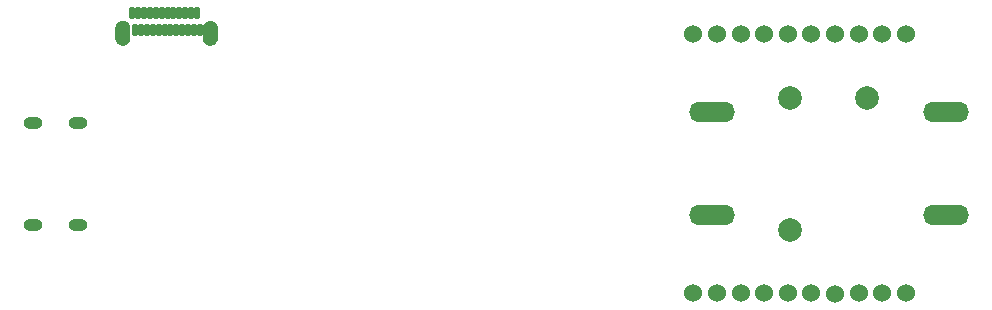
<source format=gbr>
%TF.GenerationSoftware,KiCad,Pcbnew,7.0.8*%
%TF.CreationDate,2024-02-15T14:48:36-07:00*%
%TF.ProjectId,GR-LRR-ESTOP-PCB,47522d4c-5252-42d4-9553-544f502d5043,rev?*%
%TF.SameCoordinates,Original*%
%TF.FileFunction,Soldermask,Bot*%
%TF.FilePolarity,Negative*%
%FSLAX46Y46*%
G04 Gerber Fmt 4.6, Leading zero omitted, Abs format (unit mm)*
G04 Created by KiCad (PCBNEW 7.0.8) date 2024-02-15 14:48:36*
%MOMM*%
%LPD*%
G01*
G04 APERTURE LIST*
G04 Aperture macros list*
%AMRoundRect*
0 Rectangle with rounded corners*
0 $1 Rounding radius*
0 $2 $3 $4 $5 $6 $7 $8 $9 X,Y pos of 4 corners*
0 Add a 4 corners polygon primitive as box body*
4,1,4,$2,$3,$4,$5,$6,$7,$8,$9,$2,$3,0*
0 Add four circle primitives for the rounded corners*
1,1,$1+$1,$2,$3*
1,1,$1+$1,$4,$5*
1,1,$1+$1,$6,$7*
1,1,$1+$1,$8,$9*
0 Add four rect primitives between the rounded corners*
20,1,$1+$1,$2,$3,$4,$5,0*
20,1,$1+$1,$4,$5,$6,$7,0*
20,1,$1+$1,$6,$7,$8,$9,0*
20,1,$1+$1,$8,$9,$2,$3,0*%
G04 Aperture macros list end*
%ADD10C,0.010000*%
%ADD11RoundRect,0.102000X-0.150000X-0.400000X0.150000X-0.400000X0.150000X0.400000X-0.150000X0.400000X0*%
%ADD12O,1.600000X1.000000*%
%ADD13O,3.900000X1.700000*%
%ADD14C,2.000000*%
%ADD15C,1.524000*%
G04 APERTURE END LIST*
%TO.C,J2*%
D10*
X60542200Y-57170300D02*
X60574200Y-57172300D01*
X60605200Y-57176300D01*
X60636200Y-57182300D01*
X60666200Y-57189300D01*
X60696200Y-57198300D01*
X60726200Y-57209300D01*
X60755200Y-57221300D01*
X60783200Y-57234300D01*
X60811200Y-57249300D01*
X60838200Y-57266300D01*
X60864200Y-57284300D01*
X60889200Y-57303300D01*
X60912200Y-57323300D01*
X60935200Y-57345300D01*
X60957200Y-57368300D01*
X60977200Y-57391300D01*
X60996200Y-57416300D01*
X61014200Y-57442300D01*
X61031200Y-57469300D01*
X61046200Y-57497300D01*
X61059200Y-57525300D01*
X61071200Y-57554300D01*
X61082200Y-57584300D01*
X61091200Y-57614300D01*
X61098200Y-57644300D01*
X61104200Y-57675300D01*
X61108200Y-57706300D01*
X61110200Y-57738300D01*
X61111200Y-57769300D01*
X61111200Y-58569300D01*
X61110200Y-58600300D01*
X61108200Y-58632300D01*
X61104200Y-58663300D01*
X61098200Y-58694300D01*
X61091200Y-58724300D01*
X61082200Y-58754300D01*
X61071200Y-58784300D01*
X61059200Y-58813300D01*
X61046200Y-58841300D01*
X61031200Y-58869300D01*
X61014200Y-58896300D01*
X60996200Y-58922300D01*
X60977200Y-58947300D01*
X60957200Y-58970300D01*
X60935200Y-58993300D01*
X60912200Y-59015300D01*
X60889200Y-59035300D01*
X60864200Y-59054300D01*
X60838200Y-59072300D01*
X60811200Y-59089300D01*
X60783200Y-59104300D01*
X60755200Y-59117300D01*
X60726200Y-59129300D01*
X60696200Y-59140300D01*
X60666200Y-59149300D01*
X60636200Y-59156300D01*
X60605200Y-59162300D01*
X60574200Y-59166300D01*
X60542200Y-59168300D01*
X60511200Y-59169300D01*
X60480200Y-59168300D01*
X60448200Y-59166300D01*
X60417200Y-59162300D01*
X60386200Y-59156300D01*
X60356200Y-59149300D01*
X60326200Y-59140300D01*
X60296200Y-59129300D01*
X60267200Y-59117300D01*
X60239200Y-59104300D01*
X60211200Y-59089300D01*
X60184200Y-59072300D01*
X60158200Y-59054300D01*
X60133200Y-59035300D01*
X60110200Y-59015300D01*
X60087200Y-58993300D01*
X60065200Y-58970300D01*
X60045200Y-58947300D01*
X60026200Y-58922300D01*
X60008200Y-58896300D01*
X59991200Y-58869300D01*
X59976200Y-58841300D01*
X59963200Y-58813300D01*
X59951200Y-58784300D01*
X59940200Y-58754300D01*
X59931200Y-58724300D01*
X59924200Y-58694300D01*
X59918200Y-58663300D01*
X59914200Y-58632300D01*
X59912200Y-58600300D01*
X59911200Y-58569300D01*
X59911200Y-57769300D01*
X59912200Y-57738300D01*
X59914200Y-57706300D01*
X59918200Y-57675300D01*
X59924200Y-57644300D01*
X59931200Y-57614300D01*
X59940200Y-57584300D01*
X59951200Y-57554300D01*
X59963200Y-57525300D01*
X59976200Y-57497300D01*
X59991200Y-57469300D01*
X60008200Y-57442300D01*
X60026200Y-57416300D01*
X60045200Y-57391300D01*
X60065200Y-57368300D01*
X60087200Y-57345300D01*
X60110200Y-57323300D01*
X60133200Y-57303300D01*
X60158200Y-57284300D01*
X60184200Y-57266300D01*
X60211200Y-57249300D01*
X60239200Y-57234300D01*
X60267200Y-57221300D01*
X60296200Y-57209300D01*
X60326200Y-57198300D01*
X60356200Y-57189300D01*
X60386200Y-57182300D01*
X60417200Y-57176300D01*
X60448200Y-57172300D01*
X60480200Y-57170300D01*
X60511200Y-57169300D01*
X60542200Y-57170300D01*
G36*
X60542200Y-57170300D02*
G01*
X60574200Y-57172300D01*
X60605200Y-57176300D01*
X60636200Y-57182300D01*
X60666200Y-57189300D01*
X60696200Y-57198300D01*
X60726200Y-57209300D01*
X60755200Y-57221300D01*
X60783200Y-57234300D01*
X60811200Y-57249300D01*
X60838200Y-57266300D01*
X60864200Y-57284300D01*
X60889200Y-57303300D01*
X60912200Y-57323300D01*
X60935200Y-57345300D01*
X60957200Y-57368300D01*
X60977200Y-57391300D01*
X60996200Y-57416300D01*
X61014200Y-57442300D01*
X61031200Y-57469300D01*
X61046200Y-57497300D01*
X61059200Y-57525300D01*
X61071200Y-57554300D01*
X61082200Y-57584300D01*
X61091200Y-57614300D01*
X61098200Y-57644300D01*
X61104200Y-57675300D01*
X61108200Y-57706300D01*
X61110200Y-57738300D01*
X61111200Y-57769300D01*
X61111200Y-58569300D01*
X61110200Y-58600300D01*
X61108200Y-58632300D01*
X61104200Y-58663300D01*
X61098200Y-58694300D01*
X61091200Y-58724300D01*
X61082200Y-58754300D01*
X61071200Y-58784300D01*
X61059200Y-58813300D01*
X61046200Y-58841300D01*
X61031200Y-58869300D01*
X61014200Y-58896300D01*
X60996200Y-58922300D01*
X60977200Y-58947300D01*
X60957200Y-58970300D01*
X60935200Y-58993300D01*
X60912200Y-59015300D01*
X60889200Y-59035300D01*
X60864200Y-59054300D01*
X60838200Y-59072300D01*
X60811200Y-59089300D01*
X60783200Y-59104300D01*
X60755200Y-59117300D01*
X60726200Y-59129300D01*
X60696200Y-59140300D01*
X60666200Y-59149300D01*
X60636200Y-59156300D01*
X60605200Y-59162300D01*
X60574200Y-59166300D01*
X60542200Y-59168300D01*
X60511200Y-59169300D01*
X60480200Y-59168300D01*
X60448200Y-59166300D01*
X60417200Y-59162300D01*
X60386200Y-59156300D01*
X60356200Y-59149300D01*
X60326200Y-59140300D01*
X60296200Y-59129300D01*
X60267200Y-59117300D01*
X60239200Y-59104300D01*
X60211200Y-59089300D01*
X60184200Y-59072300D01*
X60158200Y-59054300D01*
X60133200Y-59035300D01*
X60110200Y-59015300D01*
X60087200Y-58993300D01*
X60065200Y-58970300D01*
X60045200Y-58947300D01*
X60026200Y-58922300D01*
X60008200Y-58896300D01*
X59991200Y-58869300D01*
X59976200Y-58841300D01*
X59963200Y-58813300D01*
X59951200Y-58784300D01*
X59940200Y-58754300D01*
X59931200Y-58724300D01*
X59924200Y-58694300D01*
X59918200Y-58663300D01*
X59914200Y-58632300D01*
X59912200Y-58600300D01*
X59911200Y-58569300D01*
X59911200Y-57769300D01*
X59912200Y-57738300D01*
X59914200Y-57706300D01*
X59918200Y-57675300D01*
X59924200Y-57644300D01*
X59931200Y-57614300D01*
X59940200Y-57584300D01*
X59951200Y-57554300D01*
X59963200Y-57525300D01*
X59976200Y-57497300D01*
X59991200Y-57469300D01*
X60008200Y-57442300D01*
X60026200Y-57416300D01*
X60045200Y-57391300D01*
X60065200Y-57368300D01*
X60087200Y-57345300D01*
X60110200Y-57323300D01*
X60133200Y-57303300D01*
X60158200Y-57284300D01*
X60184200Y-57266300D01*
X60211200Y-57249300D01*
X60239200Y-57234300D01*
X60267200Y-57221300D01*
X60296200Y-57209300D01*
X60326200Y-57198300D01*
X60356200Y-57189300D01*
X60386200Y-57182300D01*
X60417200Y-57176300D01*
X60448200Y-57172300D01*
X60480200Y-57170300D01*
X60511200Y-57169300D01*
X60542200Y-57170300D01*
G37*
X67942200Y-57170300D02*
X67974200Y-57172300D01*
X68005200Y-57176300D01*
X68036200Y-57182300D01*
X68066200Y-57189300D01*
X68096200Y-57198300D01*
X68126200Y-57209300D01*
X68155200Y-57221300D01*
X68183200Y-57234300D01*
X68211200Y-57249300D01*
X68238200Y-57266300D01*
X68264200Y-57284300D01*
X68289200Y-57303300D01*
X68312200Y-57323300D01*
X68335200Y-57345300D01*
X68357200Y-57368300D01*
X68377200Y-57391300D01*
X68396200Y-57416300D01*
X68414200Y-57442300D01*
X68431200Y-57469300D01*
X68446200Y-57497300D01*
X68459200Y-57525300D01*
X68471200Y-57554300D01*
X68482200Y-57584300D01*
X68491200Y-57614300D01*
X68498200Y-57644300D01*
X68504200Y-57675300D01*
X68508200Y-57706300D01*
X68510200Y-57738300D01*
X68511200Y-57769300D01*
X68511200Y-58569300D01*
X68510200Y-58600300D01*
X68508200Y-58632300D01*
X68504200Y-58663300D01*
X68498200Y-58694300D01*
X68491200Y-58724300D01*
X68482200Y-58754300D01*
X68471200Y-58784300D01*
X68459200Y-58813300D01*
X68446200Y-58841300D01*
X68431200Y-58869300D01*
X68414200Y-58896300D01*
X68396200Y-58922300D01*
X68377200Y-58947300D01*
X68357200Y-58970300D01*
X68335200Y-58993300D01*
X68312200Y-59015300D01*
X68289200Y-59035300D01*
X68264200Y-59054300D01*
X68238200Y-59072300D01*
X68211200Y-59089300D01*
X68183200Y-59104300D01*
X68155200Y-59117300D01*
X68126200Y-59129300D01*
X68096200Y-59140300D01*
X68066200Y-59149300D01*
X68036200Y-59156300D01*
X68005200Y-59162300D01*
X67974200Y-59166300D01*
X67942200Y-59168300D01*
X67911200Y-59169300D01*
X67880200Y-59168300D01*
X67848200Y-59166300D01*
X67817200Y-59162300D01*
X67786200Y-59156300D01*
X67756200Y-59149300D01*
X67726200Y-59140300D01*
X67696200Y-59129300D01*
X67667200Y-59117300D01*
X67639200Y-59104300D01*
X67611200Y-59089300D01*
X67584200Y-59072300D01*
X67558200Y-59054300D01*
X67533200Y-59035300D01*
X67510200Y-59015300D01*
X67487200Y-58993300D01*
X67465200Y-58970300D01*
X67445200Y-58947300D01*
X67426200Y-58922300D01*
X67408200Y-58896300D01*
X67391200Y-58869300D01*
X67376200Y-58841300D01*
X67363200Y-58813300D01*
X67351200Y-58784300D01*
X67340200Y-58754300D01*
X67331200Y-58724300D01*
X67324200Y-58694300D01*
X67318200Y-58663300D01*
X67314200Y-58632300D01*
X67312200Y-58600300D01*
X67311200Y-58569300D01*
X67311200Y-57769300D01*
X67312200Y-57738300D01*
X67314200Y-57706300D01*
X67318200Y-57675300D01*
X67324200Y-57644300D01*
X67331200Y-57614300D01*
X67340200Y-57584300D01*
X67351200Y-57554300D01*
X67363200Y-57525300D01*
X67376200Y-57497300D01*
X67391200Y-57469300D01*
X67408200Y-57442300D01*
X67426200Y-57416300D01*
X67445200Y-57391300D01*
X67465200Y-57368300D01*
X67487200Y-57345300D01*
X67510200Y-57323300D01*
X67533200Y-57303300D01*
X67558200Y-57284300D01*
X67584200Y-57266300D01*
X67611200Y-57249300D01*
X67639200Y-57234300D01*
X67667200Y-57221300D01*
X67696200Y-57209300D01*
X67726200Y-57198300D01*
X67756200Y-57189300D01*
X67786200Y-57182300D01*
X67817200Y-57176300D01*
X67848200Y-57172300D01*
X67880200Y-57170300D01*
X67911200Y-57169300D01*
X67942200Y-57170300D01*
G36*
X67942200Y-57170300D02*
G01*
X67974200Y-57172300D01*
X68005200Y-57176300D01*
X68036200Y-57182300D01*
X68066200Y-57189300D01*
X68096200Y-57198300D01*
X68126200Y-57209300D01*
X68155200Y-57221300D01*
X68183200Y-57234300D01*
X68211200Y-57249300D01*
X68238200Y-57266300D01*
X68264200Y-57284300D01*
X68289200Y-57303300D01*
X68312200Y-57323300D01*
X68335200Y-57345300D01*
X68357200Y-57368300D01*
X68377200Y-57391300D01*
X68396200Y-57416300D01*
X68414200Y-57442300D01*
X68431200Y-57469300D01*
X68446200Y-57497300D01*
X68459200Y-57525300D01*
X68471200Y-57554300D01*
X68482200Y-57584300D01*
X68491200Y-57614300D01*
X68498200Y-57644300D01*
X68504200Y-57675300D01*
X68508200Y-57706300D01*
X68510200Y-57738300D01*
X68511200Y-57769300D01*
X68511200Y-58569300D01*
X68510200Y-58600300D01*
X68508200Y-58632300D01*
X68504200Y-58663300D01*
X68498200Y-58694300D01*
X68491200Y-58724300D01*
X68482200Y-58754300D01*
X68471200Y-58784300D01*
X68459200Y-58813300D01*
X68446200Y-58841300D01*
X68431200Y-58869300D01*
X68414200Y-58896300D01*
X68396200Y-58922300D01*
X68377200Y-58947300D01*
X68357200Y-58970300D01*
X68335200Y-58993300D01*
X68312200Y-59015300D01*
X68289200Y-59035300D01*
X68264200Y-59054300D01*
X68238200Y-59072300D01*
X68211200Y-59089300D01*
X68183200Y-59104300D01*
X68155200Y-59117300D01*
X68126200Y-59129300D01*
X68096200Y-59140300D01*
X68066200Y-59149300D01*
X68036200Y-59156300D01*
X68005200Y-59162300D01*
X67974200Y-59166300D01*
X67942200Y-59168300D01*
X67911200Y-59169300D01*
X67880200Y-59168300D01*
X67848200Y-59166300D01*
X67817200Y-59162300D01*
X67786200Y-59156300D01*
X67756200Y-59149300D01*
X67726200Y-59140300D01*
X67696200Y-59129300D01*
X67667200Y-59117300D01*
X67639200Y-59104300D01*
X67611200Y-59089300D01*
X67584200Y-59072300D01*
X67558200Y-59054300D01*
X67533200Y-59035300D01*
X67510200Y-59015300D01*
X67487200Y-58993300D01*
X67465200Y-58970300D01*
X67445200Y-58947300D01*
X67426200Y-58922300D01*
X67408200Y-58896300D01*
X67391200Y-58869300D01*
X67376200Y-58841300D01*
X67363200Y-58813300D01*
X67351200Y-58784300D01*
X67340200Y-58754300D01*
X67331200Y-58724300D01*
X67324200Y-58694300D01*
X67318200Y-58663300D01*
X67314200Y-58632300D01*
X67312200Y-58600300D01*
X67311200Y-58569300D01*
X67311200Y-57769300D01*
X67312200Y-57738300D01*
X67314200Y-57706300D01*
X67318200Y-57675300D01*
X67324200Y-57644300D01*
X67331200Y-57614300D01*
X67340200Y-57584300D01*
X67351200Y-57554300D01*
X67363200Y-57525300D01*
X67376200Y-57497300D01*
X67391200Y-57469300D01*
X67408200Y-57442300D01*
X67426200Y-57416300D01*
X67445200Y-57391300D01*
X67465200Y-57368300D01*
X67487200Y-57345300D01*
X67510200Y-57323300D01*
X67533200Y-57303300D01*
X67558200Y-57284300D01*
X67584200Y-57266300D01*
X67611200Y-57249300D01*
X67639200Y-57234300D01*
X67667200Y-57221300D01*
X67696200Y-57209300D01*
X67726200Y-57198300D01*
X67756200Y-57189300D01*
X67786200Y-57182300D01*
X67817200Y-57176300D01*
X67848200Y-57172300D01*
X67880200Y-57170300D01*
X67911200Y-57169300D01*
X67942200Y-57170300D01*
G37*
%TD*%
D11*
%TO.C,J2*%
X67086200Y-57969300D03*
X66586200Y-57969300D03*
X66086200Y-57969300D03*
X65586200Y-57969300D03*
X65086200Y-57969300D03*
X64586200Y-57969300D03*
X64086200Y-57969300D03*
X63586200Y-57969300D03*
X63086200Y-57969300D03*
X62586200Y-57969300D03*
X62086200Y-57969300D03*
X61586200Y-57969300D03*
X61336200Y-56469300D03*
X61836200Y-56469300D03*
X62336200Y-56469300D03*
X62836200Y-56469300D03*
X63336200Y-56469300D03*
X63836200Y-56469300D03*
X64336200Y-56469300D03*
X64836200Y-56469300D03*
X65336200Y-56469300D03*
X65836200Y-56469300D03*
X66336200Y-56469300D03*
X66836200Y-56469300D03*
%TD*%
D12*
%TO.C,J1*%
X56751601Y-65835048D03*
X52951601Y-65835051D03*
X52951601Y-74475049D03*
X56751601Y-74475052D03*
%TD*%
D13*
%TO.C,SW1*%
X130218600Y-73598000D03*
X130218600Y-64898000D03*
X110418600Y-73598000D03*
X110418600Y-64898000D03*
D14*
X123568600Y-63648000D03*
X117068600Y-74848000D03*
X117068600Y-63648000D03*
%TD*%
D15*
%TO.C,U1*%
X126847600Y-80213200D03*
X124847600Y-80213200D03*
X122847600Y-80213200D03*
X120847600Y-80246200D03*
X118847600Y-80213200D03*
X116847600Y-80213200D03*
X114847600Y-80213200D03*
X112847600Y-80213200D03*
X110847600Y-80213200D03*
X108847600Y-80213200D03*
X108847600Y-58249800D03*
X110847600Y-58249800D03*
X112847600Y-58249800D03*
X114847600Y-58249800D03*
X116847600Y-58249800D03*
X118847600Y-58249800D03*
X120847600Y-58249800D03*
X122847600Y-58249800D03*
X124847600Y-58249800D03*
X126847600Y-58249800D03*
%TD*%
M02*

</source>
